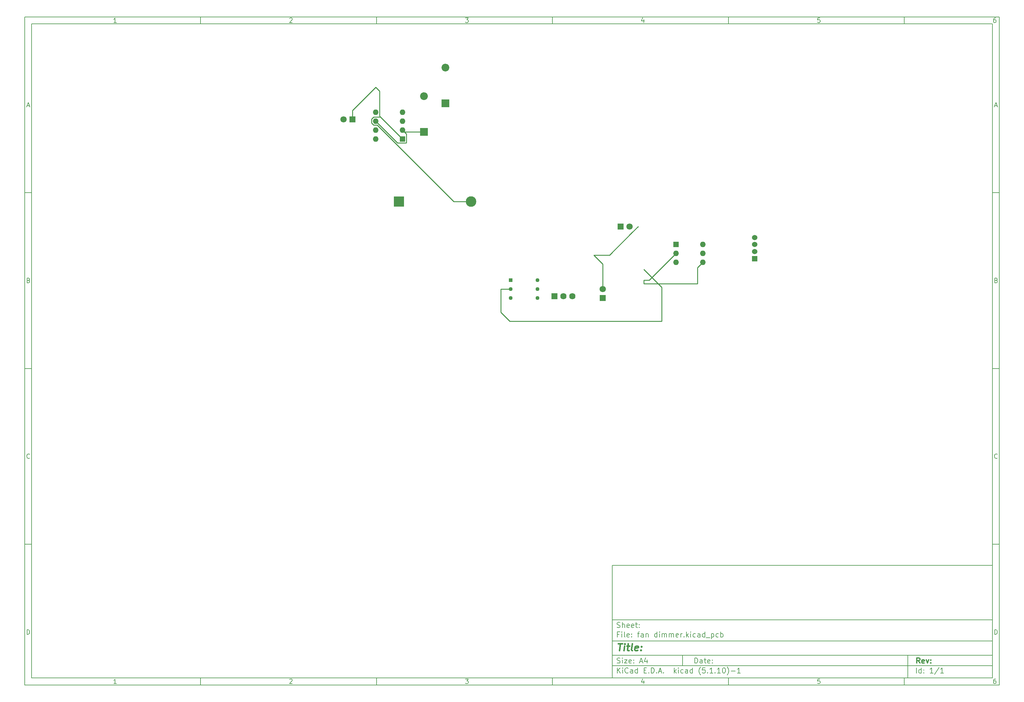
<source format=gbl>
%TF.GenerationSoftware,KiCad,Pcbnew,(5.1.10)-1*%
%TF.CreationDate,2021-11-11T09:46:56+05:30*%
%TF.ProjectId,fan dimmer,66616e20-6469-46d6-9d65-722e6b696361,rev?*%
%TF.SameCoordinates,Original*%
%TF.FileFunction,Copper,L2,Bot*%
%TF.FilePolarity,Positive*%
%FSLAX46Y46*%
G04 Gerber Fmt 4.6, Leading zero omitted, Abs format (unit mm)*
G04 Created by KiCad (PCBNEW (5.1.10)-1) date 2021-11-11 09:46:56*
%MOMM*%
%LPD*%
G01*
G04 APERTURE LIST*
%ADD10C,0.100000*%
%ADD11C,0.150000*%
%ADD12C,0.300000*%
%ADD13C,0.400000*%
%TA.AperFunction,ComponentPad*%
%ADD14R,3.000000X3.000000*%
%TD*%
%TA.AperFunction,ComponentPad*%
%ADD15C,3.000000*%
%TD*%
%TA.AperFunction,ComponentPad*%
%ADD16O,1.600000X1.600000*%
%TD*%
%TA.AperFunction,ComponentPad*%
%ADD17R,1.600000X1.600000*%
%TD*%
%TA.AperFunction,ComponentPad*%
%ADD18C,1.800000*%
%TD*%
%TA.AperFunction,ComponentPad*%
%ADD19R,1.800000X1.800000*%
%TD*%
%TA.AperFunction,ComponentPad*%
%ADD20O,2.200000X2.200000*%
%TD*%
%TA.AperFunction,ComponentPad*%
%ADD21R,2.200000X2.200000*%
%TD*%
%TA.AperFunction,ComponentPad*%
%ADD22C,1.130000*%
%TD*%
%TA.AperFunction,ComponentPad*%
%ADD23R,1.130000X1.130000*%
%TD*%
%TA.AperFunction,ComponentPad*%
%ADD24C,1.790000*%
%TD*%
%TA.AperFunction,ComponentPad*%
%ADD25R,1.790000X1.790000*%
%TD*%
%TA.AperFunction,ComponentPad*%
%ADD26C,1.524000*%
%TD*%
%TA.AperFunction,ComponentPad*%
%ADD27R,1.524000X1.524000*%
%TD*%
%TA.AperFunction,Conductor*%
%ADD28C,0.250000*%
%TD*%
G04 APERTURE END LIST*
D10*
D11*
X177002200Y-166007200D02*
X177002200Y-198007200D01*
X285002200Y-198007200D01*
X285002200Y-166007200D01*
X177002200Y-166007200D01*
D10*
D11*
X10000000Y-10000000D02*
X10000000Y-200007200D01*
X287002200Y-200007200D01*
X287002200Y-10000000D01*
X10000000Y-10000000D01*
D10*
D11*
X12000000Y-12000000D02*
X12000000Y-198007200D01*
X285002200Y-198007200D01*
X285002200Y-12000000D01*
X12000000Y-12000000D01*
D10*
D11*
X60000000Y-12000000D02*
X60000000Y-10000000D01*
D10*
D11*
X110000000Y-12000000D02*
X110000000Y-10000000D01*
D10*
D11*
X160000000Y-12000000D02*
X160000000Y-10000000D01*
D10*
D11*
X210000000Y-12000000D02*
X210000000Y-10000000D01*
D10*
D11*
X260000000Y-12000000D02*
X260000000Y-10000000D01*
D10*
D11*
X36065476Y-11588095D02*
X35322619Y-11588095D01*
X35694047Y-11588095D02*
X35694047Y-10288095D01*
X35570238Y-10473809D01*
X35446428Y-10597619D01*
X35322619Y-10659523D01*
D10*
D11*
X85322619Y-10411904D02*
X85384523Y-10350000D01*
X85508333Y-10288095D01*
X85817857Y-10288095D01*
X85941666Y-10350000D01*
X86003571Y-10411904D01*
X86065476Y-10535714D01*
X86065476Y-10659523D01*
X86003571Y-10845238D01*
X85260714Y-11588095D01*
X86065476Y-11588095D01*
D10*
D11*
X135260714Y-10288095D02*
X136065476Y-10288095D01*
X135632142Y-10783333D01*
X135817857Y-10783333D01*
X135941666Y-10845238D01*
X136003571Y-10907142D01*
X136065476Y-11030952D01*
X136065476Y-11340476D01*
X136003571Y-11464285D01*
X135941666Y-11526190D01*
X135817857Y-11588095D01*
X135446428Y-11588095D01*
X135322619Y-11526190D01*
X135260714Y-11464285D01*
D10*
D11*
X185941666Y-10721428D02*
X185941666Y-11588095D01*
X185632142Y-10226190D02*
X185322619Y-11154761D01*
X186127380Y-11154761D01*
D10*
D11*
X236003571Y-10288095D02*
X235384523Y-10288095D01*
X235322619Y-10907142D01*
X235384523Y-10845238D01*
X235508333Y-10783333D01*
X235817857Y-10783333D01*
X235941666Y-10845238D01*
X236003571Y-10907142D01*
X236065476Y-11030952D01*
X236065476Y-11340476D01*
X236003571Y-11464285D01*
X235941666Y-11526190D01*
X235817857Y-11588095D01*
X235508333Y-11588095D01*
X235384523Y-11526190D01*
X235322619Y-11464285D01*
D10*
D11*
X285941666Y-10288095D02*
X285694047Y-10288095D01*
X285570238Y-10350000D01*
X285508333Y-10411904D01*
X285384523Y-10597619D01*
X285322619Y-10845238D01*
X285322619Y-11340476D01*
X285384523Y-11464285D01*
X285446428Y-11526190D01*
X285570238Y-11588095D01*
X285817857Y-11588095D01*
X285941666Y-11526190D01*
X286003571Y-11464285D01*
X286065476Y-11340476D01*
X286065476Y-11030952D01*
X286003571Y-10907142D01*
X285941666Y-10845238D01*
X285817857Y-10783333D01*
X285570238Y-10783333D01*
X285446428Y-10845238D01*
X285384523Y-10907142D01*
X285322619Y-11030952D01*
D10*
D11*
X60000000Y-198007200D02*
X60000000Y-200007200D01*
D10*
D11*
X110000000Y-198007200D02*
X110000000Y-200007200D01*
D10*
D11*
X160000000Y-198007200D02*
X160000000Y-200007200D01*
D10*
D11*
X210000000Y-198007200D02*
X210000000Y-200007200D01*
D10*
D11*
X260000000Y-198007200D02*
X260000000Y-200007200D01*
D10*
D11*
X36065476Y-199595295D02*
X35322619Y-199595295D01*
X35694047Y-199595295D02*
X35694047Y-198295295D01*
X35570238Y-198481009D01*
X35446428Y-198604819D01*
X35322619Y-198666723D01*
D10*
D11*
X85322619Y-198419104D02*
X85384523Y-198357200D01*
X85508333Y-198295295D01*
X85817857Y-198295295D01*
X85941666Y-198357200D01*
X86003571Y-198419104D01*
X86065476Y-198542914D01*
X86065476Y-198666723D01*
X86003571Y-198852438D01*
X85260714Y-199595295D01*
X86065476Y-199595295D01*
D10*
D11*
X135260714Y-198295295D02*
X136065476Y-198295295D01*
X135632142Y-198790533D01*
X135817857Y-198790533D01*
X135941666Y-198852438D01*
X136003571Y-198914342D01*
X136065476Y-199038152D01*
X136065476Y-199347676D01*
X136003571Y-199471485D01*
X135941666Y-199533390D01*
X135817857Y-199595295D01*
X135446428Y-199595295D01*
X135322619Y-199533390D01*
X135260714Y-199471485D01*
D10*
D11*
X185941666Y-198728628D02*
X185941666Y-199595295D01*
X185632142Y-198233390D02*
X185322619Y-199161961D01*
X186127380Y-199161961D01*
D10*
D11*
X236003571Y-198295295D02*
X235384523Y-198295295D01*
X235322619Y-198914342D01*
X235384523Y-198852438D01*
X235508333Y-198790533D01*
X235817857Y-198790533D01*
X235941666Y-198852438D01*
X236003571Y-198914342D01*
X236065476Y-199038152D01*
X236065476Y-199347676D01*
X236003571Y-199471485D01*
X235941666Y-199533390D01*
X235817857Y-199595295D01*
X235508333Y-199595295D01*
X235384523Y-199533390D01*
X235322619Y-199471485D01*
D10*
D11*
X285941666Y-198295295D02*
X285694047Y-198295295D01*
X285570238Y-198357200D01*
X285508333Y-198419104D01*
X285384523Y-198604819D01*
X285322619Y-198852438D01*
X285322619Y-199347676D01*
X285384523Y-199471485D01*
X285446428Y-199533390D01*
X285570238Y-199595295D01*
X285817857Y-199595295D01*
X285941666Y-199533390D01*
X286003571Y-199471485D01*
X286065476Y-199347676D01*
X286065476Y-199038152D01*
X286003571Y-198914342D01*
X285941666Y-198852438D01*
X285817857Y-198790533D01*
X285570238Y-198790533D01*
X285446428Y-198852438D01*
X285384523Y-198914342D01*
X285322619Y-199038152D01*
D10*
D11*
X10000000Y-60000000D02*
X12000000Y-60000000D01*
D10*
D11*
X10000000Y-110000000D02*
X12000000Y-110000000D01*
D10*
D11*
X10000000Y-160000000D02*
X12000000Y-160000000D01*
D10*
D11*
X10690476Y-35216666D02*
X11309523Y-35216666D01*
X10566666Y-35588095D02*
X11000000Y-34288095D01*
X11433333Y-35588095D01*
D10*
D11*
X11092857Y-84907142D02*
X11278571Y-84969047D01*
X11340476Y-85030952D01*
X11402380Y-85154761D01*
X11402380Y-85340476D01*
X11340476Y-85464285D01*
X11278571Y-85526190D01*
X11154761Y-85588095D01*
X10659523Y-85588095D01*
X10659523Y-84288095D01*
X11092857Y-84288095D01*
X11216666Y-84350000D01*
X11278571Y-84411904D01*
X11340476Y-84535714D01*
X11340476Y-84659523D01*
X11278571Y-84783333D01*
X11216666Y-84845238D01*
X11092857Y-84907142D01*
X10659523Y-84907142D01*
D10*
D11*
X11402380Y-135464285D02*
X11340476Y-135526190D01*
X11154761Y-135588095D01*
X11030952Y-135588095D01*
X10845238Y-135526190D01*
X10721428Y-135402380D01*
X10659523Y-135278571D01*
X10597619Y-135030952D01*
X10597619Y-134845238D01*
X10659523Y-134597619D01*
X10721428Y-134473809D01*
X10845238Y-134350000D01*
X11030952Y-134288095D01*
X11154761Y-134288095D01*
X11340476Y-134350000D01*
X11402380Y-134411904D01*
D10*
D11*
X10659523Y-185588095D02*
X10659523Y-184288095D01*
X10969047Y-184288095D01*
X11154761Y-184350000D01*
X11278571Y-184473809D01*
X11340476Y-184597619D01*
X11402380Y-184845238D01*
X11402380Y-185030952D01*
X11340476Y-185278571D01*
X11278571Y-185402380D01*
X11154761Y-185526190D01*
X10969047Y-185588095D01*
X10659523Y-185588095D01*
D10*
D11*
X287002200Y-60000000D02*
X285002200Y-60000000D01*
D10*
D11*
X287002200Y-110000000D02*
X285002200Y-110000000D01*
D10*
D11*
X287002200Y-160000000D02*
X285002200Y-160000000D01*
D10*
D11*
X285692676Y-35216666D02*
X286311723Y-35216666D01*
X285568866Y-35588095D02*
X286002200Y-34288095D01*
X286435533Y-35588095D01*
D10*
D11*
X286095057Y-84907142D02*
X286280771Y-84969047D01*
X286342676Y-85030952D01*
X286404580Y-85154761D01*
X286404580Y-85340476D01*
X286342676Y-85464285D01*
X286280771Y-85526190D01*
X286156961Y-85588095D01*
X285661723Y-85588095D01*
X285661723Y-84288095D01*
X286095057Y-84288095D01*
X286218866Y-84350000D01*
X286280771Y-84411904D01*
X286342676Y-84535714D01*
X286342676Y-84659523D01*
X286280771Y-84783333D01*
X286218866Y-84845238D01*
X286095057Y-84907142D01*
X285661723Y-84907142D01*
D10*
D11*
X286404580Y-135464285D02*
X286342676Y-135526190D01*
X286156961Y-135588095D01*
X286033152Y-135588095D01*
X285847438Y-135526190D01*
X285723628Y-135402380D01*
X285661723Y-135278571D01*
X285599819Y-135030952D01*
X285599819Y-134845238D01*
X285661723Y-134597619D01*
X285723628Y-134473809D01*
X285847438Y-134350000D01*
X286033152Y-134288095D01*
X286156961Y-134288095D01*
X286342676Y-134350000D01*
X286404580Y-134411904D01*
D10*
D11*
X285661723Y-185588095D02*
X285661723Y-184288095D01*
X285971247Y-184288095D01*
X286156961Y-184350000D01*
X286280771Y-184473809D01*
X286342676Y-184597619D01*
X286404580Y-184845238D01*
X286404580Y-185030952D01*
X286342676Y-185278571D01*
X286280771Y-185402380D01*
X286156961Y-185526190D01*
X285971247Y-185588095D01*
X285661723Y-185588095D01*
D10*
D11*
X200434342Y-193785771D02*
X200434342Y-192285771D01*
X200791485Y-192285771D01*
X201005771Y-192357200D01*
X201148628Y-192500057D01*
X201220057Y-192642914D01*
X201291485Y-192928628D01*
X201291485Y-193142914D01*
X201220057Y-193428628D01*
X201148628Y-193571485D01*
X201005771Y-193714342D01*
X200791485Y-193785771D01*
X200434342Y-193785771D01*
X202577200Y-193785771D02*
X202577200Y-193000057D01*
X202505771Y-192857200D01*
X202362914Y-192785771D01*
X202077200Y-192785771D01*
X201934342Y-192857200D01*
X202577200Y-193714342D02*
X202434342Y-193785771D01*
X202077200Y-193785771D01*
X201934342Y-193714342D01*
X201862914Y-193571485D01*
X201862914Y-193428628D01*
X201934342Y-193285771D01*
X202077200Y-193214342D01*
X202434342Y-193214342D01*
X202577200Y-193142914D01*
X203077200Y-192785771D02*
X203648628Y-192785771D01*
X203291485Y-192285771D02*
X203291485Y-193571485D01*
X203362914Y-193714342D01*
X203505771Y-193785771D01*
X203648628Y-193785771D01*
X204720057Y-193714342D02*
X204577200Y-193785771D01*
X204291485Y-193785771D01*
X204148628Y-193714342D01*
X204077200Y-193571485D01*
X204077200Y-193000057D01*
X204148628Y-192857200D01*
X204291485Y-192785771D01*
X204577200Y-192785771D01*
X204720057Y-192857200D01*
X204791485Y-193000057D01*
X204791485Y-193142914D01*
X204077200Y-193285771D01*
X205434342Y-193642914D02*
X205505771Y-193714342D01*
X205434342Y-193785771D01*
X205362914Y-193714342D01*
X205434342Y-193642914D01*
X205434342Y-193785771D01*
X205434342Y-192857200D02*
X205505771Y-192928628D01*
X205434342Y-193000057D01*
X205362914Y-192928628D01*
X205434342Y-192857200D01*
X205434342Y-193000057D01*
D10*
D11*
X177002200Y-194507200D02*
X285002200Y-194507200D01*
D10*
D11*
X178434342Y-196585771D02*
X178434342Y-195085771D01*
X179291485Y-196585771D02*
X178648628Y-195728628D01*
X179291485Y-195085771D02*
X178434342Y-195942914D01*
X179934342Y-196585771D02*
X179934342Y-195585771D01*
X179934342Y-195085771D02*
X179862914Y-195157200D01*
X179934342Y-195228628D01*
X180005771Y-195157200D01*
X179934342Y-195085771D01*
X179934342Y-195228628D01*
X181505771Y-196442914D02*
X181434342Y-196514342D01*
X181220057Y-196585771D01*
X181077200Y-196585771D01*
X180862914Y-196514342D01*
X180720057Y-196371485D01*
X180648628Y-196228628D01*
X180577200Y-195942914D01*
X180577200Y-195728628D01*
X180648628Y-195442914D01*
X180720057Y-195300057D01*
X180862914Y-195157200D01*
X181077200Y-195085771D01*
X181220057Y-195085771D01*
X181434342Y-195157200D01*
X181505771Y-195228628D01*
X182791485Y-196585771D02*
X182791485Y-195800057D01*
X182720057Y-195657200D01*
X182577200Y-195585771D01*
X182291485Y-195585771D01*
X182148628Y-195657200D01*
X182791485Y-196514342D02*
X182648628Y-196585771D01*
X182291485Y-196585771D01*
X182148628Y-196514342D01*
X182077200Y-196371485D01*
X182077200Y-196228628D01*
X182148628Y-196085771D01*
X182291485Y-196014342D01*
X182648628Y-196014342D01*
X182791485Y-195942914D01*
X184148628Y-196585771D02*
X184148628Y-195085771D01*
X184148628Y-196514342D02*
X184005771Y-196585771D01*
X183720057Y-196585771D01*
X183577200Y-196514342D01*
X183505771Y-196442914D01*
X183434342Y-196300057D01*
X183434342Y-195871485D01*
X183505771Y-195728628D01*
X183577200Y-195657200D01*
X183720057Y-195585771D01*
X184005771Y-195585771D01*
X184148628Y-195657200D01*
X186005771Y-195800057D02*
X186505771Y-195800057D01*
X186720057Y-196585771D02*
X186005771Y-196585771D01*
X186005771Y-195085771D01*
X186720057Y-195085771D01*
X187362914Y-196442914D02*
X187434342Y-196514342D01*
X187362914Y-196585771D01*
X187291485Y-196514342D01*
X187362914Y-196442914D01*
X187362914Y-196585771D01*
X188077200Y-196585771D02*
X188077200Y-195085771D01*
X188434342Y-195085771D01*
X188648628Y-195157200D01*
X188791485Y-195300057D01*
X188862914Y-195442914D01*
X188934342Y-195728628D01*
X188934342Y-195942914D01*
X188862914Y-196228628D01*
X188791485Y-196371485D01*
X188648628Y-196514342D01*
X188434342Y-196585771D01*
X188077200Y-196585771D01*
X189577200Y-196442914D02*
X189648628Y-196514342D01*
X189577200Y-196585771D01*
X189505771Y-196514342D01*
X189577200Y-196442914D01*
X189577200Y-196585771D01*
X190220057Y-196157200D02*
X190934342Y-196157200D01*
X190077200Y-196585771D02*
X190577200Y-195085771D01*
X191077200Y-196585771D01*
X191577200Y-196442914D02*
X191648628Y-196514342D01*
X191577200Y-196585771D01*
X191505771Y-196514342D01*
X191577200Y-196442914D01*
X191577200Y-196585771D01*
X194577200Y-196585771D02*
X194577200Y-195085771D01*
X194720057Y-196014342D02*
X195148628Y-196585771D01*
X195148628Y-195585771D02*
X194577200Y-196157200D01*
X195791485Y-196585771D02*
X195791485Y-195585771D01*
X195791485Y-195085771D02*
X195720057Y-195157200D01*
X195791485Y-195228628D01*
X195862914Y-195157200D01*
X195791485Y-195085771D01*
X195791485Y-195228628D01*
X197148628Y-196514342D02*
X197005771Y-196585771D01*
X196720057Y-196585771D01*
X196577200Y-196514342D01*
X196505771Y-196442914D01*
X196434342Y-196300057D01*
X196434342Y-195871485D01*
X196505771Y-195728628D01*
X196577200Y-195657200D01*
X196720057Y-195585771D01*
X197005771Y-195585771D01*
X197148628Y-195657200D01*
X198434342Y-196585771D02*
X198434342Y-195800057D01*
X198362914Y-195657200D01*
X198220057Y-195585771D01*
X197934342Y-195585771D01*
X197791485Y-195657200D01*
X198434342Y-196514342D02*
X198291485Y-196585771D01*
X197934342Y-196585771D01*
X197791485Y-196514342D01*
X197720057Y-196371485D01*
X197720057Y-196228628D01*
X197791485Y-196085771D01*
X197934342Y-196014342D01*
X198291485Y-196014342D01*
X198434342Y-195942914D01*
X199791485Y-196585771D02*
X199791485Y-195085771D01*
X199791485Y-196514342D02*
X199648628Y-196585771D01*
X199362914Y-196585771D01*
X199220057Y-196514342D01*
X199148628Y-196442914D01*
X199077200Y-196300057D01*
X199077200Y-195871485D01*
X199148628Y-195728628D01*
X199220057Y-195657200D01*
X199362914Y-195585771D01*
X199648628Y-195585771D01*
X199791485Y-195657200D01*
X202077200Y-197157200D02*
X202005771Y-197085771D01*
X201862914Y-196871485D01*
X201791485Y-196728628D01*
X201720057Y-196514342D01*
X201648628Y-196157200D01*
X201648628Y-195871485D01*
X201720057Y-195514342D01*
X201791485Y-195300057D01*
X201862914Y-195157200D01*
X202005771Y-194942914D01*
X202077200Y-194871485D01*
X203362914Y-195085771D02*
X202648628Y-195085771D01*
X202577200Y-195800057D01*
X202648628Y-195728628D01*
X202791485Y-195657200D01*
X203148628Y-195657200D01*
X203291485Y-195728628D01*
X203362914Y-195800057D01*
X203434342Y-195942914D01*
X203434342Y-196300057D01*
X203362914Y-196442914D01*
X203291485Y-196514342D01*
X203148628Y-196585771D01*
X202791485Y-196585771D01*
X202648628Y-196514342D01*
X202577200Y-196442914D01*
X204077200Y-196442914D02*
X204148628Y-196514342D01*
X204077200Y-196585771D01*
X204005771Y-196514342D01*
X204077200Y-196442914D01*
X204077200Y-196585771D01*
X205577200Y-196585771D02*
X204720057Y-196585771D01*
X205148628Y-196585771D02*
X205148628Y-195085771D01*
X205005771Y-195300057D01*
X204862914Y-195442914D01*
X204720057Y-195514342D01*
X206220057Y-196442914D02*
X206291485Y-196514342D01*
X206220057Y-196585771D01*
X206148628Y-196514342D01*
X206220057Y-196442914D01*
X206220057Y-196585771D01*
X207720057Y-196585771D02*
X206862914Y-196585771D01*
X207291485Y-196585771D02*
X207291485Y-195085771D01*
X207148628Y-195300057D01*
X207005771Y-195442914D01*
X206862914Y-195514342D01*
X208648628Y-195085771D02*
X208791485Y-195085771D01*
X208934342Y-195157200D01*
X209005771Y-195228628D01*
X209077200Y-195371485D01*
X209148628Y-195657200D01*
X209148628Y-196014342D01*
X209077200Y-196300057D01*
X209005771Y-196442914D01*
X208934342Y-196514342D01*
X208791485Y-196585771D01*
X208648628Y-196585771D01*
X208505771Y-196514342D01*
X208434342Y-196442914D01*
X208362914Y-196300057D01*
X208291485Y-196014342D01*
X208291485Y-195657200D01*
X208362914Y-195371485D01*
X208434342Y-195228628D01*
X208505771Y-195157200D01*
X208648628Y-195085771D01*
X209648628Y-197157200D02*
X209720057Y-197085771D01*
X209862914Y-196871485D01*
X209934342Y-196728628D01*
X210005771Y-196514342D01*
X210077200Y-196157200D01*
X210077200Y-195871485D01*
X210005771Y-195514342D01*
X209934342Y-195300057D01*
X209862914Y-195157200D01*
X209720057Y-194942914D01*
X209648628Y-194871485D01*
X210791485Y-196014342D02*
X211934342Y-196014342D01*
X213434342Y-196585771D02*
X212577200Y-196585771D01*
X213005771Y-196585771D02*
X213005771Y-195085771D01*
X212862914Y-195300057D01*
X212720057Y-195442914D01*
X212577200Y-195514342D01*
D10*
D11*
X177002200Y-191507200D02*
X285002200Y-191507200D01*
D10*
D12*
X264411485Y-193785771D02*
X263911485Y-193071485D01*
X263554342Y-193785771D02*
X263554342Y-192285771D01*
X264125771Y-192285771D01*
X264268628Y-192357200D01*
X264340057Y-192428628D01*
X264411485Y-192571485D01*
X264411485Y-192785771D01*
X264340057Y-192928628D01*
X264268628Y-193000057D01*
X264125771Y-193071485D01*
X263554342Y-193071485D01*
X265625771Y-193714342D02*
X265482914Y-193785771D01*
X265197200Y-193785771D01*
X265054342Y-193714342D01*
X264982914Y-193571485D01*
X264982914Y-193000057D01*
X265054342Y-192857200D01*
X265197200Y-192785771D01*
X265482914Y-192785771D01*
X265625771Y-192857200D01*
X265697200Y-193000057D01*
X265697200Y-193142914D01*
X264982914Y-193285771D01*
X266197200Y-192785771D02*
X266554342Y-193785771D01*
X266911485Y-192785771D01*
X267482914Y-193642914D02*
X267554342Y-193714342D01*
X267482914Y-193785771D01*
X267411485Y-193714342D01*
X267482914Y-193642914D01*
X267482914Y-193785771D01*
X267482914Y-192857200D02*
X267554342Y-192928628D01*
X267482914Y-193000057D01*
X267411485Y-192928628D01*
X267482914Y-192857200D01*
X267482914Y-193000057D01*
D10*
D11*
X178362914Y-193714342D02*
X178577200Y-193785771D01*
X178934342Y-193785771D01*
X179077200Y-193714342D01*
X179148628Y-193642914D01*
X179220057Y-193500057D01*
X179220057Y-193357200D01*
X179148628Y-193214342D01*
X179077200Y-193142914D01*
X178934342Y-193071485D01*
X178648628Y-193000057D01*
X178505771Y-192928628D01*
X178434342Y-192857200D01*
X178362914Y-192714342D01*
X178362914Y-192571485D01*
X178434342Y-192428628D01*
X178505771Y-192357200D01*
X178648628Y-192285771D01*
X179005771Y-192285771D01*
X179220057Y-192357200D01*
X179862914Y-193785771D02*
X179862914Y-192785771D01*
X179862914Y-192285771D02*
X179791485Y-192357200D01*
X179862914Y-192428628D01*
X179934342Y-192357200D01*
X179862914Y-192285771D01*
X179862914Y-192428628D01*
X180434342Y-192785771D02*
X181220057Y-192785771D01*
X180434342Y-193785771D01*
X181220057Y-193785771D01*
X182362914Y-193714342D02*
X182220057Y-193785771D01*
X181934342Y-193785771D01*
X181791485Y-193714342D01*
X181720057Y-193571485D01*
X181720057Y-193000057D01*
X181791485Y-192857200D01*
X181934342Y-192785771D01*
X182220057Y-192785771D01*
X182362914Y-192857200D01*
X182434342Y-193000057D01*
X182434342Y-193142914D01*
X181720057Y-193285771D01*
X183077200Y-193642914D02*
X183148628Y-193714342D01*
X183077200Y-193785771D01*
X183005771Y-193714342D01*
X183077200Y-193642914D01*
X183077200Y-193785771D01*
X183077200Y-192857200D02*
X183148628Y-192928628D01*
X183077200Y-193000057D01*
X183005771Y-192928628D01*
X183077200Y-192857200D01*
X183077200Y-193000057D01*
X184862914Y-193357200D02*
X185577200Y-193357200D01*
X184720057Y-193785771D02*
X185220057Y-192285771D01*
X185720057Y-193785771D01*
X186862914Y-192785771D02*
X186862914Y-193785771D01*
X186505771Y-192214342D02*
X186148628Y-193285771D01*
X187077200Y-193285771D01*
D10*
D11*
X263434342Y-196585771D02*
X263434342Y-195085771D01*
X264791485Y-196585771D02*
X264791485Y-195085771D01*
X264791485Y-196514342D02*
X264648628Y-196585771D01*
X264362914Y-196585771D01*
X264220057Y-196514342D01*
X264148628Y-196442914D01*
X264077200Y-196300057D01*
X264077200Y-195871485D01*
X264148628Y-195728628D01*
X264220057Y-195657200D01*
X264362914Y-195585771D01*
X264648628Y-195585771D01*
X264791485Y-195657200D01*
X265505771Y-196442914D02*
X265577200Y-196514342D01*
X265505771Y-196585771D01*
X265434342Y-196514342D01*
X265505771Y-196442914D01*
X265505771Y-196585771D01*
X265505771Y-195657200D02*
X265577200Y-195728628D01*
X265505771Y-195800057D01*
X265434342Y-195728628D01*
X265505771Y-195657200D01*
X265505771Y-195800057D01*
X268148628Y-196585771D02*
X267291485Y-196585771D01*
X267720057Y-196585771D02*
X267720057Y-195085771D01*
X267577200Y-195300057D01*
X267434342Y-195442914D01*
X267291485Y-195514342D01*
X269862914Y-195014342D02*
X268577200Y-196942914D01*
X271148628Y-196585771D02*
X270291485Y-196585771D01*
X270720057Y-196585771D02*
X270720057Y-195085771D01*
X270577200Y-195300057D01*
X270434342Y-195442914D01*
X270291485Y-195514342D01*
D10*
D11*
X177002200Y-187507200D02*
X285002200Y-187507200D01*
D10*
D13*
X178714580Y-188211961D02*
X179857438Y-188211961D01*
X179036009Y-190211961D02*
X179286009Y-188211961D01*
X180274104Y-190211961D02*
X180440771Y-188878628D01*
X180524104Y-188211961D02*
X180416961Y-188307200D01*
X180500295Y-188402438D01*
X180607438Y-188307200D01*
X180524104Y-188211961D01*
X180500295Y-188402438D01*
X181107438Y-188878628D02*
X181869342Y-188878628D01*
X181476485Y-188211961D02*
X181262200Y-189926247D01*
X181333628Y-190116723D01*
X181512200Y-190211961D01*
X181702676Y-190211961D01*
X182655057Y-190211961D02*
X182476485Y-190116723D01*
X182405057Y-189926247D01*
X182619342Y-188211961D01*
X184190771Y-190116723D02*
X183988390Y-190211961D01*
X183607438Y-190211961D01*
X183428866Y-190116723D01*
X183357438Y-189926247D01*
X183452676Y-189164342D01*
X183571723Y-188973866D01*
X183774104Y-188878628D01*
X184155057Y-188878628D01*
X184333628Y-188973866D01*
X184405057Y-189164342D01*
X184381247Y-189354819D01*
X183405057Y-189545295D01*
X185155057Y-190021485D02*
X185238390Y-190116723D01*
X185131247Y-190211961D01*
X185047914Y-190116723D01*
X185155057Y-190021485D01*
X185131247Y-190211961D01*
X185286009Y-188973866D02*
X185369342Y-189069104D01*
X185262200Y-189164342D01*
X185178866Y-189069104D01*
X185286009Y-188973866D01*
X185262200Y-189164342D01*
D10*
D11*
X178934342Y-185600057D02*
X178434342Y-185600057D01*
X178434342Y-186385771D02*
X178434342Y-184885771D01*
X179148628Y-184885771D01*
X179720057Y-186385771D02*
X179720057Y-185385771D01*
X179720057Y-184885771D02*
X179648628Y-184957200D01*
X179720057Y-185028628D01*
X179791485Y-184957200D01*
X179720057Y-184885771D01*
X179720057Y-185028628D01*
X180648628Y-186385771D02*
X180505771Y-186314342D01*
X180434342Y-186171485D01*
X180434342Y-184885771D01*
X181791485Y-186314342D02*
X181648628Y-186385771D01*
X181362914Y-186385771D01*
X181220057Y-186314342D01*
X181148628Y-186171485D01*
X181148628Y-185600057D01*
X181220057Y-185457200D01*
X181362914Y-185385771D01*
X181648628Y-185385771D01*
X181791485Y-185457200D01*
X181862914Y-185600057D01*
X181862914Y-185742914D01*
X181148628Y-185885771D01*
X182505771Y-186242914D02*
X182577200Y-186314342D01*
X182505771Y-186385771D01*
X182434342Y-186314342D01*
X182505771Y-186242914D01*
X182505771Y-186385771D01*
X182505771Y-185457200D02*
X182577200Y-185528628D01*
X182505771Y-185600057D01*
X182434342Y-185528628D01*
X182505771Y-185457200D01*
X182505771Y-185600057D01*
X184148628Y-185385771D02*
X184720057Y-185385771D01*
X184362914Y-186385771D02*
X184362914Y-185100057D01*
X184434342Y-184957200D01*
X184577200Y-184885771D01*
X184720057Y-184885771D01*
X185862914Y-186385771D02*
X185862914Y-185600057D01*
X185791485Y-185457200D01*
X185648628Y-185385771D01*
X185362914Y-185385771D01*
X185220057Y-185457200D01*
X185862914Y-186314342D02*
X185720057Y-186385771D01*
X185362914Y-186385771D01*
X185220057Y-186314342D01*
X185148628Y-186171485D01*
X185148628Y-186028628D01*
X185220057Y-185885771D01*
X185362914Y-185814342D01*
X185720057Y-185814342D01*
X185862914Y-185742914D01*
X186577200Y-185385771D02*
X186577200Y-186385771D01*
X186577200Y-185528628D02*
X186648628Y-185457200D01*
X186791485Y-185385771D01*
X187005771Y-185385771D01*
X187148628Y-185457200D01*
X187220057Y-185600057D01*
X187220057Y-186385771D01*
X189720057Y-186385771D02*
X189720057Y-184885771D01*
X189720057Y-186314342D02*
X189577200Y-186385771D01*
X189291485Y-186385771D01*
X189148628Y-186314342D01*
X189077200Y-186242914D01*
X189005771Y-186100057D01*
X189005771Y-185671485D01*
X189077200Y-185528628D01*
X189148628Y-185457200D01*
X189291485Y-185385771D01*
X189577200Y-185385771D01*
X189720057Y-185457200D01*
X190434342Y-186385771D02*
X190434342Y-185385771D01*
X190434342Y-184885771D02*
X190362914Y-184957200D01*
X190434342Y-185028628D01*
X190505771Y-184957200D01*
X190434342Y-184885771D01*
X190434342Y-185028628D01*
X191148628Y-186385771D02*
X191148628Y-185385771D01*
X191148628Y-185528628D02*
X191220057Y-185457200D01*
X191362914Y-185385771D01*
X191577200Y-185385771D01*
X191720057Y-185457200D01*
X191791485Y-185600057D01*
X191791485Y-186385771D01*
X191791485Y-185600057D02*
X191862914Y-185457200D01*
X192005771Y-185385771D01*
X192220057Y-185385771D01*
X192362914Y-185457200D01*
X192434342Y-185600057D01*
X192434342Y-186385771D01*
X193148628Y-186385771D02*
X193148628Y-185385771D01*
X193148628Y-185528628D02*
X193220057Y-185457200D01*
X193362914Y-185385771D01*
X193577200Y-185385771D01*
X193720057Y-185457200D01*
X193791485Y-185600057D01*
X193791485Y-186385771D01*
X193791485Y-185600057D02*
X193862914Y-185457200D01*
X194005771Y-185385771D01*
X194220057Y-185385771D01*
X194362914Y-185457200D01*
X194434342Y-185600057D01*
X194434342Y-186385771D01*
X195720057Y-186314342D02*
X195577200Y-186385771D01*
X195291485Y-186385771D01*
X195148628Y-186314342D01*
X195077200Y-186171485D01*
X195077200Y-185600057D01*
X195148628Y-185457200D01*
X195291485Y-185385771D01*
X195577200Y-185385771D01*
X195720057Y-185457200D01*
X195791485Y-185600057D01*
X195791485Y-185742914D01*
X195077200Y-185885771D01*
X196434342Y-186385771D02*
X196434342Y-185385771D01*
X196434342Y-185671485D02*
X196505771Y-185528628D01*
X196577200Y-185457200D01*
X196720057Y-185385771D01*
X196862914Y-185385771D01*
X197362914Y-186242914D02*
X197434342Y-186314342D01*
X197362914Y-186385771D01*
X197291485Y-186314342D01*
X197362914Y-186242914D01*
X197362914Y-186385771D01*
X198077200Y-186385771D02*
X198077200Y-184885771D01*
X198220057Y-185814342D02*
X198648628Y-186385771D01*
X198648628Y-185385771D02*
X198077200Y-185957200D01*
X199291485Y-186385771D02*
X199291485Y-185385771D01*
X199291485Y-184885771D02*
X199220057Y-184957200D01*
X199291485Y-185028628D01*
X199362914Y-184957200D01*
X199291485Y-184885771D01*
X199291485Y-185028628D01*
X200648628Y-186314342D02*
X200505771Y-186385771D01*
X200220057Y-186385771D01*
X200077200Y-186314342D01*
X200005771Y-186242914D01*
X199934342Y-186100057D01*
X199934342Y-185671485D01*
X200005771Y-185528628D01*
X200077200Y-185457200D01*
X200220057Y-185385771D01*
X200505771Y-185385771D01*
X200648628Y-185457200D01*
X201934342Y-186385771D02*
X201934342Y-185600057D01*
X201862914Y-185457200D01*
X201720057Y-185385771D01*
X201434342Y-185385771D01*
X201291485Y-185457200D01*
X201934342Y-186314342D02*
X201791485Y-186385771D01*
X201434342Y-186385771D01*
X201291485Y-186314342D01*
X201220057Y-186171485D01*
X201220057Y-186028628D01*
X201291485Y-185885771D01*
X201434342Y-185814342D01*
X201791485Y-185814342D01*
X201934342Y-185742914D01*
X203291485Y-186385771D02*
X203291485Y-184885771D01*
X203291485Y-186314342D02*
X203148628Y-186385771D01*
X202862914Y-186385771D01*
X202720057Y-186314342D01*
X202648628Y-186242914D01*
X202577200Y-186100057D01*
X202577200Y-185671485D01*
X202648628Y-185528628D01*
X202720057Y-185457200D01*
X202862914Y-185385771D01*
X203148628Y-185385771D01*
X203291485Y-185457200D01*
X203648628Y-186528628D02*
X204791485Y-186528628D01*
X205148628Y-185385771D02*
X205148628Y-186885771D01*
X205148628Y-185457200D02*
X205291485Y-185385771D01*
X205577200Y-185385771D01*
X205720057Y-185457200D01*
X205791485Y-185528628D01*
X205862914Y-185671485D01*
X205862914Y-186100057D01*
X205791485Y-186242914D01*
X205720057Y-186314342D01*
X205577200Y-186385771D01*
X205291485Y-186385771D01*
X205148628Y-186314342D01*
X207148628Y-186314342D02*
X207005771Y-186385771D01*
X206720057Y-186385771D01*
X206577200Y-186314342D01*
X206505771Y-186242914D01*
X206434342Y-186100057D01*
X206434342Y-185671485D01*
X206505771Y-185528628D01*
X206577200Y-185457200D01*
X206720057Y-185385771D01*
X207005771Y-185385771D01*
X207148628Y-185457200D01*
X207791485Y-186385771D02*
X207791485Y-184885771D01*
X207791485Y-185457200D02*
X207934342Y-185385771D01*
X208220057Y-185385771D01*
X208362914Y-185457200D01*
X208434342Y-185528628D01*
X208505771Y-185671485D01*
X208505771Y-186100057D01*
X208434342Y-186242914D01*
X208362914Y-186314342D01*
X208220057Y-186385771D01*
X207934342Y-186385771D01*
X207791485Y-186314342D01*
D10*
D11*
X177002200Y-181507200D02*
X285002200Y-181507200D01*
D10*
D11*
X178362914Y-183614342D02*
X178577200Y-183685771D01*
X178934342Y-183685771D01*
X179077200Y-183614342D01*
X179148628Y-183542914D01*
X179220057Y-183400057D01*
X179220057Y-183257200D01*
X179148628Y-183114342D01*
X179077200Y-183042914D01*
X178934342Y-182971485D01*
X178648628Y-182900057D01*
X178505771Y-182828628D01*
X178434342Y-182757200D01*
X178362914Y-182614342D01*
X178362914Y-182471485D01*
X178434342Y-182328628D01*
X178505771Y-182257200D01*
X178648628Y-182185771D01*
X179005771Y-182185771D01*
X179220057Y-182257200D01*
X179862914Y-183685771D02*
X179862914Y-182185771D01*
X180505771Y-183685771D02*
X180505771Y-182900057D01*
X180434342Y-182757200D01*
X180291485Y-182685771D01*
X180077200Y-182685771D01*
X179934342Y-182757200D01*
X179862914Y-182828628D01*
X181791485Y-183614342D02*
X181648628Y-183685771D01*
X181362914Y-183685771D01*
X181220057Y-183614342D01*
X181148628Y-183471485D01*
X181148628Y-182900057D01*
X181220057Y-182757200D01*
X181362914Y-182685771D01*
X181648628Y-182685771D01*
X181791485Y-182757200D01*
X181862914Y-182900057D01*
X181862914Y-183042914D01*
X181148628Y-183185771D01*
X183077200Y-183614342D02*
X182934342Y-183685771D01*
X182648628Y-183685771D01*
X182505771Y-183614342D01*
X182434342Y-183471485D01*
X182434342Y-182900057D01*
X182505771Y-182757200D01*
X182648628Y-182685771D01*
X182934342Y-182685771D01*
X183077200Y-182757200D01*
X183148628Y-182900057D01*
X183148628Y-183042914D01*
X182434342Y-183185771D01*
X183577200Y-182685771D02*
X184148628Y-182685771D01*
X183791485Y-182185771D02*
X183791485Y-183471485D01*
X183862914Y-183614342D01*
X184005771Y-183685771D01*
X184148628Y-183685771D01*
X184648628Y-183542914D02*
X184720057Y-183614342D01*
X184648628Y-183685771D01*
X184577200Y-183614342D01*
X184648628Y-183542914D01*
X184648628Y-183685771D01*
X184648628Y-182757200D02*
X184720057Y-182828628D01*
X184648628Y-182900057D01*
X184577200Y-182828628D01*
X184648628Y-182757200D01*
X184648628Y-182900057D01*
D10*
D11*
X197002200Y-191507200D02*
X197002200Y-194507200D01*
D10*
D11*
X261002200Y-191507200D02*
X261002200Y-198007200D01*
D14*
%TO.P,Battery1,1*%
%TO.N,Net-(Battery1-Pad1)*%
X116332000Y-62484000D03*
D15*
%TO.P,Battery1,2*%
%TO.N,GND*%
X136822000Y-62484000D03*
%TD*%
D16*
%TO.P,U4,8*%
%TO.N,Net-(Battery1-Pad1)*%
X109728000Y-44704000D03*
%TO.P,U4,4*%
X117348000Y-37084000D03*
%TO.P,U4,7*%
%TO.N,Net-(D5-Pad2)*%
X109728000Y-42164000D03*
%TO.P,U4,3*%
%TO.N,PWM*%
X117348000Y-39624000D03*
%TO.P,U4,6*%
%TO.N,Net-(C1-Pad1)*%
X109728000Y-39624000D03*
%TO.P,U4,2*%
X117348000Y-42164000D03*
%TO.P,U4,5*%
%TO.N,Net-(C2-Pad1)*%
X109728000Y-37084000D03*
D17*
%TO.P,U4,1*%
%TO.N,GND*%
X117348000Y-44704000D03*
%TD*%
D18*
%TO.P,J1,2*%
%TO.N,Net-(D2-Pad2)*%
X181864000Y-69596000D03*
D19*
%TO.P,J1,1*%
%TO.N,Net-(D3-Pad3)*%
X179324000Y-69596000D03*
%TD*%
D18*
%TO.P,D6,2*%
%TO.N,Net-(D6-Pad2)*%
X100584000Y-39116000D03*
D19*
%TO.P,D6,1*%
%TO.N,GND*%
X103124000Y-39116000D03*
%TD*%
D20*
%TO.P,D5,2*%
%TO.N,Net-(D5-Pad2)*%
X123444000Y-32512000D03*
D21*
%TO.P,D5,1*%
%TO.N,Net-(C1-Pad1)*%
X123444000Y-42672000D03*
%TD*%
D20*
%TO.P,D4,2*%
%TO.N,Net-(D4-Pad2)*%
X129540000Y-24384000D03*
D21*
%TO.P,D4,1*%
%TO.N,Net-(C1-Pad1)*%
X129540000Y-34544000D03*
%TD*%
D22*
%TO.P,U1,6*%
%TO.N,Net-(R2-Pad2)*%
X155702000Y-84836000D03*
%TO.P,U1,5*%
%TO.N,N/C*%
X155702000Y-87376000D03*
%TO.P,U1,4*%
%TO.N,Net-(D3-Pad1)*%
X155702000Y-89916000D03*
%TO.P,U1,3*%
%TO.N,N/C*%
X148082000Y-89916000D03*
%TO.P,U1,2*%
%TO.N,GND*%
X148082000Y-87376000D03*
D23*
%TO.P,U1,1*%
%TO.N,Net-(R1-Pad2)*%
X148082000Y-84836000D03*
%TD*%
D24*
%TO.P,D3,3*%
%TO.N,Net-(D3-Pad3)*%
X165608000Y-89408000D03*
%TO.P,D3,2*%
%TO.N,Net-(D2-Pad1)*%
X163068000Y-89408000D03*
D25*
%TO.P,D3,1*%
%TO.N,Net-(D3-Pad1)*%
X160528000Y-89408000D03*
%TD*%
D26*
%TO.P,J2,4*%
%TO.N,PWM*%
X217424000Y-72740000D03*
%TO.P,J2,3*%
%TO.N,Net-(J2-Pad3)*%
X217424000Y-74740000D03*
%TO.P,J2,2*%
%TO.N,Net-(J2-Pad2)*%
X217424000Y-76740000D03*
D27*
%TO.P,J2,1*%
%TO.N,GND*%
X217424000Y-78740000D03*
%TD*%
D16*
%TO.P,U3,6*%
%TO.N,Net-(U3-Pad6)*%
X202692000Y-74676000D03*
%TO.P,U3,3*%
%TO.N,Net-(U3-Pad3)*%
X195072000Y-79756000D03*
%TO.P,U3,5*%
%TO.N,Net-(J2-Pad3)*%
X202692000Y-77216000D03*
%TO.P,U3,2*%
%TO.N,GND*%
X195072000Y-77216000D03*
%TO.P,U3,4*%
X202692000Y-79756000D03*
D17*
%TO.P,U3,1*%
%TO.N,Net-(R5-Pad1)*%
X195072000Y-74676000D03*
%TD*%
D18*
%TO.P,D2,2*%
%TO.N,Net-(D2-Pad2)*%
X174244000Y-87376000D03*
D19*
%TO.P,D2,1*%
%TO.N,Net-(D2-Pad1)*%
X174244000Y-89916000D03*
%TD*%
D28*
%TO.N,Net-(D2-Pad2)*%
X176196000Y-77724000D02*
X182586000Y-71334000D01*
X171704000Y-77724000D02*
X176196000Y-77724000D01*
X174244000Y-80264000D02*
X171704000Y-77724000D01*
X174244000Y-87376000D02*
X174244000Y-80264000D01*
X182586000Y-71334000D02*
X184324000Y-69596000D01*
X182372000Y-71548000D02*
X182586000Y-71334000D01*
%TO.N,GND*%
X187452000Y-84836000D02*
X195072000Y-77216000D01*
X185928000Y-84836000D02*
X187452000Y-84836000D01*
X185928000Y-85852000D02*
X201168000Y-85852000D01*
X185928000Y-85852000D02*
X185928000Y-84836000D01*
X201168000Y-81280000D02*
X202692000Y-79756000D01*
X201168000Y-85852000D02*
X201168000Y-81280000D01*
X191008000Y-86868000D02*
X185928000Y-81788000D01*
X147828000Y-96520000D02*
X191008000Y-96520000D01*
X145288000Y-93980000D02*
X147828000Y-96520000D01*
X145288000Y-87376000D02*
X145288000Y-93980000D01*
X191008000Y-96520000D02*
X191008000Y-86868000D01*
X148082000Y-87376000D02*
X145288000Y-87376000D01*
X103124000Y-39116000D02*
X103124000Y-36576000D01*
X103124000Y-36576000D02*
X109728000Y-29972000D01*
X110853001Y-38209001D02*
X117348000Y-44704000D01*
X110853001Y-31097001D02*
X110853001Y-38209001D01*
X109728000Y-29972000D02*
X110853001Y-31097001D01*
X108602999Y-39083999D02*
X109187999Y-38498999D01*
X109187999Y-38498999D02*
X111142999Y-38498999D01*
X108602999Y-40164001D02*
X108602999Y-39083999D01*
X109187999Y-40749001D02*
X108602999Y-40164001D01*
X110216591Y-40749001D02*
X109187999Y-40749001D01*
X111142999Y-38498999D02*
X117348000Y-44704000D01*
X131951590Y-62484000D02*
X110216591Y-40749001D01*
X136822000Y-62484000D02*
X131951590Y-62484000D01*
%TO.N,Net-(C1-Pad1)*%
X117856000Y-42672000D02*
X117348000Y-42164000D01*
X123444000Y-42672000D02*
X117856000Y-42672000D01*
X115933001Y-45829001D02*
X109728000Y-39624000D01*
X118408001Y-45829001D02*
X115933001Y-45829001D01*
X118473001Y-45764001D02*
X118408001Y-45829001D01*
X118473001Y-43289001D02*
X118473001Y-45764001D01*
X117348000Y-42164000D02*
X118473001Y-43289001D01*
%TD*%
M02*

</source>
